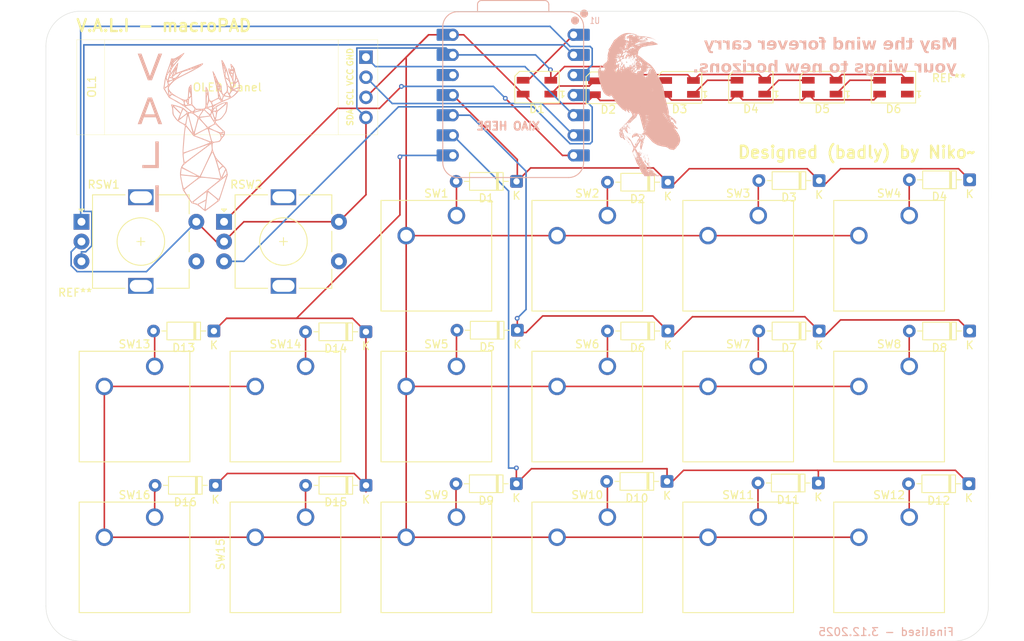
<source format=kicad_pcb>
(kicad_pcb (version 20241229) (generator "pcbnew") (generator_version "9.0")
  (title_block (title "VALI - BRICK / macroPAD") (date "2025-12-03") (rev "V1.1"))
  (layers (0 "F.Cu" signal) (2 "B.Cu" signal) (13 "F.Paste" user) (15 "B.Paste" user) (5 "F.SilkS" user "F.Silkscreen") (7 "B.SilkS" user "B.Silkscreen") (1 "F.Mask" user) (3 "B.Mask" user) (25 "Edge.Cuts" user))
  (net 0 "")
  (net 1 "Net-(D1-DIN)")
  (net 2 "GND")
  (net 3 "Net-(D1-DOUT)")
  (net 4 "+5V")
  (net 5 "Net-(D2-DOUT)")
  (net 6 "Net-(D3-DOUT)")
  (net 7 "Net-(D4-DOUT)")
  (net 8 "Net-(D5-DOUT)")
  (net 9 "Net-(D6-DOUT)")
  (net 10 "Net-(D17-K)")
  (net 11 "Net-(D17-A)")
  (net 12 "Net-(D18-A)")
  (net 13 "Net-(D19-A)")
  (net 14 "Net-(D20-A)")
  (net 15 "Net-(D21-A)")
  (net 16 "Net-(D21-K)")
  (net 17 "Net-(D22-A)")
  (net 18 "Net-(D23-A)")
  (net 19 "Net-(D24-A)")
  (net 20 "Net-(D25-A)")
  (net 21 "Net-(D25-K)")
  (net 22 "Net-(D26-A)")
  (net 23 "Net-(D27-A)")
  (net 24 "Net-(D28-A)")
  (net 25 "Net-(D29-A)")
  (net 26 "Net-(D29-K)")
  (net 27 "Net-(D30-A)")
  (net 28 "Net-(D31-A)")
  (net 29 "Net-(D32-A)")
  (net 30 "Net-(OL1-SDA)")
  (net 31 "Net-(OL1-SCL)")
  (net 32 "Net-(U1-GPIO28{slash}ADC2{slash}A2)")
  (net 33 "Net-(U1-GPIO27{slash}ADC1{slash}A1)")
  (net 35 "Net-(U1-GPIO0{slash}TX)")
  (net 37 "Net-(U1-GPIO29{slash}ADC3{slash}A3)")
  (footprint "Button_Switch_Keyboard:SW_Cherry_MX_1.00u_PCB" (layer "F.Cu") (at 75.77 65.96375)
    (property "Reference" "SW14")
    (property "Value" "SW_Push")
  )
  (footprint "Diode_THT:D_DO-35_SOD27_P7.62mm_Horizontal" (layer "F.Cu") (at 64.2 61.5 180)
    (property "Reference" "D13")
    (property "Value" "1N4148")
  )
  (footprint "Rotary_Encoder:RotaryEncoder_Alps_EC11E-Switch_Vertical_H20mm" (layer "F.Cu") (at 47.48 47.7)
    (property "Reference" "RSW1")
    (property "Value" "RotaryEncoder_Switch")
  )
  (footprint "Button_Switch_Keyboard:SW_Cherry_MX_1.00u_PCB" (layer "F.Cu") (at 132.92 46.91375)
    (property "Reference" "SW3")
    (property "Value" "SW_Push")
  )
  (footprint "Diode_THT:D_DO-35_SOD27_P7.62mm_Horizontal" (layer "F.Cu") (at 83.4 81 180)
    (property "Reference" "D15")
    (property "Value" "1N4148")
  )
  (footprint "Button_Switch_Keyboard:SW_Cherry_MX_1.00u_PCB" (layer "F.Cu") (at 132.92 65.96375)
    (property "Reference" "SW7")
    (property "Value" "SW_Push")
  )
  (footprint "Button_Switch_Keyboard:SW_Cherry_MX_1.00u_PCB" (layer "F.Cu") (at 94.82 46.91375)
    (property "Reference" "SW1")
    (property "Value" "SW_Push")
  )
  (footprint "Diode_THT:D_DO-35_SOD27_P7.62mm_Horizontal" (layer "F.Cu") (at 140.5 80.7 180)
    (property "Reference" "D11")
    (property "Value" "1N4148")
  )
  (footprint "Button_Switch_Keyboard:SW_Cherry_MX_1.00u_PCB" (layer "F.Cu") (at 151.97 46.91375)
    (property "Reference" "SW4")
    (property "Value" "SW_Push")
  )
  (footprint "LED_SMD:LED_SK6812MINI_PLCC4_3.5x3.5mm_P1.75mm" (layer "F.Cu") (at 149.98 30.7 180)
    (property "Reference" "D6")
    (property "Value" "SK6812MINI")
  )
  (footprint "LED_SMD:LED_SK6812MINI_PLCC4_3.5x3.5mm_P1.75mm" (layer "F.Cu") (at 113.98 30.775 180)
    (property "Reference" "D2")
    (property "Value" "SK6812MINI")
  )
  (footprint "Button_Switch_Keyboard:SW_Cherry_MX_1.00u_PCB" (layer "F.Cu") (at 151.97 85.01375)
    (property "Reference" "SW12")
    (property "Value" "SW_Push")
  )
  (footprint "Diode_THT:D_DO-35_SOD27_P7.62mm_Horizontal" (layer "F.Cu") (at 121.5 42.7 180)
    (property "Reference" "D2")
    (property "Value" "1N4148")
  )
  (footprint "Button_Switch_Keyboard:SW_Cherry_MX_1.00u_PCB" (layer "F.Cu") (at 151.97 65.96375)
    (property "Reference" "SW8")
    (property "Value" "SW_Push")
  )
  (footprint "Button_Switch_Keyboard:SW_Cherry_MX_1.00u_PCB" (layer "F.Cu") (at 56.72 65.96375)
    (property "Reference" "SW13")
    (property "Value" "SW_Push")
  )
  (footprint "Diode_THT:D_DO-35_SOD27_P7.62mm_Horizontal" (layer "F.Cu") (at 102.38 80.8 180)
    (property "Reference" "D9")
    (property "Value" "1N4148")
  )
  (footprint "Diode_THT:D_DO-35_SOD27_P7.62mm_Horizontal" (layer "F.Cu") (at 102.4 42.6 180)
    (property "Reference" "D1")
    (property "Value" "1N4148")
  )
  (footprint "LED_SMD:LED_SK6812MINI_PLCC4_3.5x3.5mm_P1.75mm" (layer "F.Cu") (at 122.98 30.725 180)
    (property "Reference" "D3")
    (property "Value" "SK6812MINI")
  )
  (footprint "Button_Switch_Keyboard:SW_Cherry_MX_1.00u_PCB" (layer "F.Cu") (at 94.82 65.96375)
    (property "Reference" "SW5")
    (property "Value" "SW_Push")
  )
  (footprint "Diode_THT:D_DO-35_SOD27_P7.62mm_Horizontal" (layer "F.Cu") (at 83.39 61.6 180)
    (property "Reference" "D14")
    (property "Value" "1N4148")
  )
  (footprint "MountingHole:MountingHole_3.2mm_M3" (layer "F.Cu") (at 46.68 60.8)
    (property "Reference" "REF**")
    (property "Value" "MountingHole_3.2mm_M3")
  )
  (footprint "Diode_THT:D_DO-35_SOD27_P7.62mm_Horizontal" (layer "F.Cu") (at 140.6 42.5 180)
    (property "Reference" "D3")
    (property "Value" "1N4148")
  )
  (footprint "LED_SMD:LED_SK6812MINI_PLCC4_3.5x3.5mm_P1.75mm" (layer "F.Cu") (at 140.98 30.7 180)
    (property "Reference" "D5")
    (property "Value" "SK6812MINI")
  )
  (footprint "LED_SMD:LED_SK6812MINI_PLCC4_3.5x3.5mm_P1.75mm" (layer "F.Cu") (at 104.98 30.7 180)
    (property "Reference" "D1")
    (property "Value" "SK6812MINI")
  )
  (footprint "Rotary_Encoder:RotaryEncoder_Alps_EC11E-Switch_Vertical_H20mm" (layer "F.Cu") (at 65.48 47.7)
    (property "Reference" "RSW2")
    (property "Value" "RotaryEncoder_Switch")
  )
  (footprint "Button_Switch_Keyboard:SW_Cherry_MX_1.00u_PCB" (layer "F.Cu") (at 94.82 85.01375)
    (property "Reference" "SW9")
    (property "Value" "SW_Push")
  )
  (footprint "Diode_THT:D_DO-35_SOD27_P7.62mm_Horizontal" (layer "F.Cu") (at 64.4 81 180)
    (property "Reference" "D16")
    (property "Value" "1N4148")
  )
  (footprint "Diode_THT:D_DO-35_SOD27_P7.62mm_Horizontal" (layer "F.Cu") (at 159.5 80.8 180)
    (property "Reference" "D12")
    (property "Value" "1N4148")
  )
  (footprint "Diode_THT:D_DO-35_SOD27_P7.62mm_Horizontal" (layer "F.Cu") (at 140.6 61.5 180)
    (property "Reference" "D7")
    (property "Value" "1N4148")
  )
  (footprint "MountingHole:MountingHole_3.2mm_M3" (layer "F.Cu") (at 156.98 33.7)
    (property "Reference" "REF**")
    (property "Value" "MountingHole_3.2mm_M3")
  )
  (footprint "KiCad-SSD1306-0.91-OLED-4pin-128x32:SSD1306-0.91-OLED-4pin-128x32" (layer "F.Cu") (at 46.895 24.715)
    (property "Reference" "OL1")
    (property "Value" "OLED")
  )
  (footprint "Button_Switch_Keyboard:SW_Cherry_MX_1.00u_PCB" (layer "F.Cu") (at 113.87 46.91375)
    (property "Reference" "SW2")
    (property "Value" "SW_Push")
  )
  (footprint "Diode_THT:D_DO-35_SOD27_P7.62mm_Horizontal" (layer "F.Cu") (at 159.6 42.4 180)
    (property "Reference" "D4")
    (property "Value" "1N4148")
  )
  (footprint "Button_Switch_Keyboard:SW_Cherry_MX_1.00u_PCB" (layer "F.Cu") (at 75.77 85.01375)
    (property "Reference" "SW15")
    (property "Value" "SW_Push")
  )
  (footprint "Diode_THT:D_DO-35_SOD27_P7.62mm_Horizontal" (layer "F.Cu") (at 159.6 61.5 180)
    (property "Reference" "D8")
    (property "Value" "1N4148")
  )
  (footprint "Button_Switch_Keyboard:SW_Cherry_MX_1.00u_PCB" (layer "F.Cu") (at 113.87 85.01375)
    (property "Reference" "SW10")
    (property "Value" "SW_Push")
  )
  (footprint "LED_SMD:LED_SK6812MINI_PLCC4_3.5x3.5mm_P1.75mm" (layer "F.Cu") (at 131.98 30.7 180)
    (property "Reference" "D4")
    (property "Value" "SK6812MINI")
  )
  (footprint "Diode_THT:D_DO-35_SOD27_P7.62mm_Horizontal" (layer "F.Cu") (at 121.4 80.5 180)
    (property "Reference" "D10")
    (property "Value" "1N4148")
  )
  (footprint "Button_Switch_Keyboard:SW_Cherry_MX_1.00u_PCB" (layer "F.Cu") (at 113.87 65.96375)
    (property "Reference" "SW6")
    (property "Value" "SW_Push")
  )
  (footprint "Diode_THT:D_DO-35_SOD27_P7.62mm_Horizontal" (layer "F.Cu") (at 121.5 61.5 180)
    (property "Reference" "D6")
    (property "Value" "1N4148")
  )
  (footprint "Button_Switch_Keyboard:SW_Cherry_MX_1.00u_PCB" (layer "F.Cu") (at 56.72 85.01375)
    (property "Reference" "SW16")
    (property "Value" "SW_Push")
  )
  (footprint "Diode_THT:D_DO-35_SOD27_P7.62mm_Horizontal" (layer "F.Cu") (at 102.5 61.4 180)
    (property "Reference" "D5")
    (property "Value" "1N4148")
  )
  (footprint "Button_Switch_Keyboard:SW_Cherry_MX_1.00u_PCB" (layer "F.Cu") (at 132.92 85.01375)
    (property "Reference" "SW11")
    (property "Value" "SW_Push")
  )
  (footprint "LOGO" (layer "B.Cu") (at 117.447019 31.941323 180)
    (property "Reference" "G***" (hide yes))
    (property "Value" "LOGO" (hide yes))
  )
  (footprint "Seeed Studio XIAO Series Library:XIAO-RP2040-DIP" (layer "B.Cu") (at 101.98 31.7 180)
    (property "Reference" "U1")
    (property "Value" "XIAO-RP2040-DIP")
  )
  (footprint "LOGO" (layer "B.Cu") (at 62.65 36.37 180)
    (property "Reference" "G***" (hide yes))
    (property "Value" "LOGO" (hide yes))
  )
  (gr_arc (start 47.377128 100.677128) (mid 44.28 99.394256) (end 42.997128 96.297128) (stroke (width 0.05)) (layer "Edge.Cuts"))
  (gr_line (start 47.3771 100.677128) (end 47.48 100.677128) (stroke (width 0.05)) (layer "Edge.Cuts"))
  (gr_line (start 157.617128 21.098564) (end 157.48 21.098564) (stroke (width 0.05)) (layer "Edge.Cuts"))
  (gr_arc (start 42.997128 25.481436) (mid 44.28 22.384308) (end 47.377128 21.101436) (stroke (width 0.05)) (layer "Edge.Cuts"))
  (gr_arc (start 161.957128 96.297128) (mid 160.674256 99.394256) (end 157.577128 100.677128) (stroke (width 0.05)) (layer "Edge.Cuts"))
  (gr_line (start 42.997128 25.48143) (end 42.997128 25.6) (stroke (width 0.05)) (layer "Edge.Cuts"))
  (gr_line (start 161.997059 25.6) (end 161.997128 25.478564) (stroke (width 0.05)) (layer "Edge.Cuts"))
  (gr_line (start 161.997059 25.6) (end 161.957127 96.297128) (stroke (width 0.05)) (layer "Edge.Cuts"))
  (gr_line (start 42.997128 96.2) (end 42.997128 25.6) (stroke (width 0.05)) (layer "Edge.Cuts"))
  (gr_line (start 47.377128 21.101436) (end 157.48 21.098564) (stroke (width 0.05)) (layer "Edge.Cuts"))
  (gr_line (start 157.577128 100.677128) (end 47.48 100.677128) (stroke (width 0.05)) (layer "Edge.Cuts"))
  (gr_arc (start 157.617128 21.098564) (mid 160.714253 22.381444) (end 161.997128 25.478564) (stroke (width 0.05)) (layer "Edge.Cuts"))
  (gr_line (start 42.997128 96.2) (end 42.997128 96.297128) (stroke (width 0.05)) (layer "Edge.Cuts"))
  (gr_text "Designed (badly) by Niko~" (at 130.18 39.8 0) (layer "F.SilkS") (effects (font (size 1.5 1.5) (thickness 0.3) (bold yes)) (justify left bottom)))
  (gr_text "V.A.L.I - macroPAD" (at 46.68 23.8 0) (layer "F.SilkS") (effects (font (size 1.5 1.5) (thickness 0.3) (bold yes)) (justify left bottom)))
  (gr_text "May the wind forever carry\n" (at 158.08 26.2 0) (layer "B.SilkS") (effects (font (size 1.5 1.5) (thickness 0.3) (bold yes)) (justify left bottom mirror)))
  (gr_text "V\nA\nL\nI" (at 57.7 47.02 0) (layer "B.SilkS") (effects (font (size 3.3 3.3) (thickness 0.1)) (justify left bottom mirror)))
  (gr_text "your wings to new horizons." (at 157.98 29.1 0) (layer "B.SilkS") (effects (font (size 1.5 1.5) (thickness 0.3) (bold yes)) (justify left bottom mirror)))
  (gr_text "XIAO HERE" (at 105.48 36.2 0) (layer "B.SilkS") (effects (font (size 1 1) (thickness 0.25) (bold yes)) (justify left bottom mirror)))
  (gr_text "Finalised - 3.12.2025" (at 157.7 100.1 0) (layer "B.SilkS") (effects (font (size 1 1)) (justify left bottom mirror)))
  (segment (start 103.23 29.825) (end 103.855 29.825) (width 0.2) (layer "F.Cu") (net 1))
  (segment (start 103.855 29.825) (end 109.6 24.08) (width 0.2) (layer "F.Cu") (net 1))
  (segment (start 116.506 29.124) (end 124.004 29.124) (width 0.2) (layer "F.Cu") (net 2))
  (segment (start 113.927 28.097) (end 115.73 29.9) (width 0.2) (layer "F.Cu") (net 2))
  (segment (start 106.73 29.825) (end 106.73 28.55) (width 0.2) (layer "F.Cu") (net 2))
  (segment (start 151.004 29.099) (end 151.73 29.825) (width 0.2) (layer "F.Cu") (net 2))
  (segment (start 106.73 29.825) (end 108.458 28.097) (width 0.2) (layer "F.Cu") (net 2))
  (segment (start 142.73 29.825) (end 143.456 29.099) (width 0.2) (layer "F.Cu") (net 2))
  (segment (start 134.456 29.099) (end 142.004 29.099) (width 0.2) (layer "F.Cu") (net 2))
  (segment (start 64.48 50.2) (end 65.48 50.2) (width 0.2) (layer "F.Cu") (net 2))
  (segment (start 65.48 50.2) (end 67.98 47.7) (width 0.2) (layer "F.Cu") (net 2))
  (segment (start 143.456 29.099) (end 151.004 29.099) (width 0.2) (layer "F.Cu") (net 2))
  (segment (start 61.98 47.7) (end 64.48 50.2) (width 0.2) (layer "F.Cu") (net 2))
  (segment (start 133.004 29.099) (end 133.73 29.825) (width 0.2) (layer "F.Cu") (net 2))
  (segment (start 83.395 44.285) (end 83.395 34.525) (width 0.2) (layer "F.Cu") (net 2))
  (segment (start 108.458 28.097) (end 113.927 28.097) (width 0.2) (layer "F.Cu") (net 2))
  (segment (start 79.98 47.7) (end 83.395 44.285) (width 0.2) (layer "F.Cu") (net 2))
  (segment (start 133.73 29.825) (end 134.456 29.099) (width 0.2) (layer "F.Cu") (net 2))
  (segment (start 106.73 28.55) (end 106.68 28.5) (width 0.2) (layer "F.Cu") (net 2))
  (segment (start 125.481 29.099) (end 133.004 29.099) (width 0.2) (layer "F.Cu") (net 2))
  (segment (start 67.98 47.7) (end 79.98 47.7) (width 0.2) (layer "F.Cu") (net 2))
  (segment (start 142.004 29.099) (end 142.73 29.825) (width 0.2) (layer "F.Cu") (net 2))
  (segment (start 124.73 29.85) (end 125.481 29.099) (width 0.2) (layer "F.Cu") (net 2))
  (segment (start 124.004 29.124) (end 124.73 29.85) (width 0.2) (layer "F.Cu") (net 2))
  (segment (start 115.73 29.9) (end 116.506 29.124) (width 0.2) (layer "F.Cu") (net 2))
  (via (at 106.68 28.5) (size 0.6) (drill 0.3) (layers "F.Cu" "B.Cu") (net 2))
  (segment (start 55.679 54.001) (end 61.98 47.7) (width 0.2) (layer "B.Cu") (net 2))
  (segment (start 93.494 25.754) (end 82.244 25.754) (width 0.2) (layer "B.Cu") (net 2))
  (segment (start 46.941108 54.001) (end 55.679 54.001) (width 0.2) (layer "B.Cu") (net 2))
  (segment (start 104.8 26.62) (end 94.36 26.62) (width 0.2) (layer "B.Cu") (net 2))
  (segment (start 82.244 25.754) (end 82.244 33.374) (width 0.2) (layer "B.Cu") (net 2))
  (segment (start 94.36 26.62) (end 93.494 25.754) (width 0.2) (layer "B.Cu") (net 2))
  (segment (start 82.244 33.374) (end 83.395 34.525) (width 0.2) (layer "B.Cu") (net 2))
  (segment (start 46.179 53.238892) (end 46.941108 54.001) (width 0.2) (layer "B.Cu") (net 2))
  (segment (start 46.179 51.501) (end 46.179 53.238892) (width 0.2) (layer "B.Cu") (net 2))
  (segment (start 47.48 50.2) (end 46.179 51.501) (width 0.2) (layer "B.Cu") (net 2))
  (segment (start 106.68 28.5) (end 104.8 26.62) (width 0.2) (layer "B.Cu") (net 2))
  (segment (start 112.23 29.9) (end 111.579 30.551) (width 0.2) (layer "F.Cu") (net 3))
  (segment (start 107.754 30.551) (end 106.73 31.575) (width 0.2) (layer "F.Cu") (net 3))
  (segment (start 111.579 30.551) (end 107.754 30.551) (width 0.2) (layer "F.Cu") (net 3))
  (segment (start 88.47 87.55375) (end 88.47 68.50375) (width 0.2) (layer "F.Cu") (net 4))
  (segment (start 121.23 31.6) (end 121.956 32.326) (width 0.2) (layer "F.Cu") (net 4))
  (segment (start 88.47 68.50375) (end 88.47 49.45375) (width 0.2) (layer "F.Cu") (net 4))
  (segment (start 121.956 32.326) (end 129.479 32.326) (width 0.2) (layer "F.Cu") (net 4))
  (segment (start 104.418 32.763) (end 111.117 32.763) (width 0.2) (layer "F.Cu") (net 4))
  (segment (start 50.37 87.55375) (end 69.42 87.55375) (width 0.2) (layer "F.Cu") (net 4))
  (segment (start 112.23 31.65) (end 112.956 32.376) (width 0.2) (layer "F.Cu") (net 4))
  (segment (start 88.47 26.91) (end 91.3 24.08) (width 0.2) (layer "F.Cu") (net 4))
  (segment (start 139.956 32.301) (end 147.504 32.301) (width 0.2) (layer "F.Cu") (net 4))
  (segment (start 138.504 32.301) (end 139.23 31.575) (width 0.2) (layer "F.Cu") (net 4))
  (segment (start 120.454 32.376) (end 121.23 31.6) (width 0.2) (layer "F.Cu") (net 4))
  (segment (start 50.37 68.50375) (end 69.42 68.50375) (width 0.2) (layer "F.Cu") (net 4))
  (segment (start 147.504 32.301) (end 148.23 31.575) (width 0.2) (layer "F.Cu") (net 4))
  (segment (start 126.57 49.45375) (end 145.62 49.45375) (width 0.2) (layer "F.Cu") (net 4))
  (segment (start 103.23 31.575) (end 104.418 32.763) (width 0.2) (layer "F.Cu") (net 4))
  (segment (start 91.3 24.08) (end 83.395 31.985) (width 0.2) (layer "F.Cu") (net 4))
  (segment (start 129.479 32.326) (end 130.23 31.575) (width 0.2) (layer "F.Cu") (net 4))
  (segment (start 130.23 31.575) (end 130.956 32.301) (width 0.2) (layer "F.Cu") (net 4))
  (segment (start 95.735 24.08) (end 103.23 31.575) (width 0.2) (layer "F.Cu") (net 4))
  (segment (start 88.47 87.55375) (end 107.52 87.55375) (width 0.2) (layer "F.Cu") (net 4))
  (segment (start 107.52 68.50375) (end 126.57 68.50375) (width 0.2) (layer "F.Cu") (net 4))
  (segment (start 112.956 32.376) (end 120.454 32.376) (width 0.2) (layer "F.Cu") (net 4))
  (segment (start 88.47 68.50375) (end 107.52 68.50375) (width 0.2) (layer "F.Cu") (net 4))
  (segment (start 93.48 24.08) (end 94.36 24.08) (width 0.2) (layer "F.Cu") (net 4))
  (segment (start 69.42 87.55375) (end 88.47 87.55375) (width 0.2) (layer "F.Cu") (net 4))
  (segment (start 88.47 49.45375) (end 88.47 26.91) (width 0.2) (layer "F.Cu") (net 4))
  (segment (start 50.37 87.55375) (end 50.37 68.50375) (width 0.2) (layer "F.Cu") (net 4))
  (segment (start 139.23 31.575) (end 139.956 32.301) (width 0.2) (layer "F.Cu") (net 4))
  (segment (start 107.52 49.45375) (end 126.57 49.45375) (width 0.2) (layer "F.Cu") (net 4))
  (segment (start 94.36 24.08) (end 95.735 24.08) (width 0.2) (layer "F.Cu") (net 4))
  (segment (start 107.52 87.55375) (end 126.57 87.55375) (width 0.2) (layer "F.Cu") (net 4))
  (segment (start 126.57 68.50375) (end 145.62 68.50375) (width 0.2) (layer "F.Cu") (net 4))
  (segment (start 126.57 87.55375) (end 145.62 87.55375) (width 0.2) (layer "F.Cu") (net 4))
  (segment (start 111.117 32.763) (end 112.23 31.65) (width 0.2) (layer "F.Cu") (net 4))
  (segment (start 93.48 24.08) (end 91.3 24.08) (width 0.2) (layer "F.Cu") (net 4))
  (segment (start 130.956 32.301) (end 138.504 32.301) (width 0.2) (layer "F.Cu") (net 4))
  (segment (start 88.47 49.45375) (end 107.52 49.45375) (width 0.2) (layer "F.Cu") (net 4))
  (segment (start 117.53 29.85) (end 115.73 31.65) (width 0.2) (layer "F.Cu") (net 5))
  (segment (start 121.23 29.85) (end 117.53 29.85) (width 0.2) (layer "F.Cu") (net 5))
  (segment (start 126.505 29.825) (end 124.73 31.6) (width 0.2) (layer "F.Cu") (net 6))
  (segment (start 130.23 29.825) (end 126.505 29.825) (width 0.2) (layer "F.Cu") (net 6))
  (segment (start 135.48 29.825) (end 133.73 31.575) (width 0.2) (layer "F.Cu") (net 7))
  (segment (start 139.23 29.825) (end 135.48 29.825) (width 0.2) (layer "F.Cu") (net 7))
  (segment (start 144.48 29.825) (end 142.73 31.575) (width 0.2) (layer "F.Cu") (net 8))
  (segment (start 148.23 29.825) (end 144.48 29.825) (width 0.2) (layer "F.Cu") (net 8))
  (segment (start 143.3 41) (end 158.2 41) (width 0.2) (layer "F.Cu") (net 10))
  (segment (start 102.5 39.84) (end 102.5 42.58) (width 0.2) (layer "F.Cu") (net 10))
  (segment (start 104.18 40.9) (end 119.68 40.9) (width 0.2) (layer "F.Cu") (net 10))
  (segment (start 102.5 42.58) (end 104.18 40.9) (width 0.2) (layer "F.Cu") (net 10))
  (segment (start 119.68 40.9) (end 121.99 43.21) (width 0.2) (layer "F.Cu") (net 10))
  (segment (start 94.36 31.7) (end 102.5 39.84) (width 0.2) (layer "F.Cu") (net 10))
  (segment (start 121.99 43.21) (end 124.2 41) (width 0.2) (layer "F.Cu") (net 10))
  (segment (start 124.2 41) (end 139.1 41) (width 0.2) (layer "F.Cu") (net 10))
  (segment (start 158.2 41) (end 159.6 42.4) (width 0.2) (layer "F.Cu") (net 10))
  (segment (start 139.1 41) (end 141.2 43.1) (width 0.2) (layer "F.Cu") (net 10))
  (segment (start 141.2 43.1) (end 143.3 41) (width 0.2) (layer "F.Cu") (net 10))
  (segment (start 94.82 42.64) (end 94.78 42.6) (width 0.2) (layer "F.Cu") (net 11))
  (segment (start 94.82 46.91375) (end 94.82 42.64) (width 0.2) (layer "F.Cu") (net 11))
  (segment (start 113.87 42.71) (end 113.88 42.7) (width 0.2) (layer "F.Cu") (net 12))
  (segment (start 113.87 46.91375) (end 113.87 42.71) (width 0.2) (layer "F.Cu") (net 12))
  (segment (start 132.92 42.56) (end 132.98 42.5) (width 0.2) (layer "F.Cu") (net 13))
  (segment (start 132.92 46.91375) (end 132.92 42.56) (width 0.2) (layer "F.Cu") (net 13))
  (segment (start 151.97 42.41) (end 151.98 42.4) (width 0.2) (layer "F.Cu") (net 14))
  (segment (start 151.97 46.91375) (end 151.97 42.41) (width 0.2) (layer "F.Cu") (net 14))
  (segment (start 94.82 65.96375) (end 94.82 61.46) (width 0.2) (layer "F.Cu") (net 15))
  (segment (start 94.82 61.46) (end 94.88 61.4) (width 0.2) (layer "F.Cu") (net 15))
  (segment (start 124.6 59.7) (end 138.8 59.7) (width 0.2) (layer "F.Cu") (net 16))
  (segment (start 141.25 62.15) (end 143.3 60.1) (width 0.2) (layer "F.Cu") (net 16))
  (segment (start 119.6 59.6) (end 122.15 62.15) (width 0.2) (layer "F.Cu") (net 16))
  (segment (start 102.799 61.699) (end 103.601 61.699) (width 0.2) (layer "F.Cu") (net 16))
  (segment (start 103.601 61.699) (end 105.7 59.6) (width 0.2) (layer "F.Cu") (net 16))
  (segment (start 102.5 61.4) (end 102.799 61.699) (width 0.2) (layer "F.Cu") (net 16))
  (segment (start 105.7 59.6) (end 119.6 59.6) (width 0.2) (layer "F.Cu") (net 16))
  (segment (start 122.15 62.15) (end 124.6 59.7) (width 0.2) (layer "F.Cu") (net 16))
  (segment (start 102.5 61.4) (end 102.5 59.92) (width 0.2) (layer "F.Cu") (net 16))
  (segment (start 158.2 60.1) (end 159.6 61.5) (width 0.2) (layer "F.Cu") (net 16))
  (segment (start 143.3 60.1) (end 158.2 60.1) (width 0.2) (layer "F.Cu") (net 16))
  (segment (start 102.5 61.32) (end 102.48 61.3) (width 0.2) (layer "F.Cu") (net 16))
  (segment (start 138.8 59.7) (end 141.25 62.15) (width 0.2) (layer "F.Cu") (net 16))
  (via (at 102.48 59.9) (size 0.6) (drill 0.3) (layers "F.Cu" "B.Cu") (net 16))
  (segment (start 103.601 58.779) (end 103.601 41.321) (width 0.2) (layer "B.Cu") (net 16))
  (segment (start 96.52 34.24) (end 94.36 34.24) (width 0.2) (layer "B.Cu") (net 16))
  (segment (start 103.601 41.321) (end 96.52 34.24) (width 0.2) (layer "B.Cu") (net 16))
  (segment (start 102.48 59.9) (end 103.601 58.779) (width 0.2) (layer "B.Cu") (net 16))
  (segment (start 113.88 65.95375) (end 113.87 65.96375) (width 0.2) (layer "F.Cu") (net 17))
  (segment (start 113.88 61.5) (end 113.88 65.95375) (width 0.2) (layer "F.Cu") (net 17))
  (segment (start 132.92 61.56) (end 132.98 61.5) (width 0.2) (layer "F.Cu") (net 18))
  (segment (start 132.92 65.96375) (end 132.92 61.56) (width 0.2) (layer "F.Cu") (net 18))
  (segment (start 151.97 61.51) (end 151.98 61.5) (width 0.2) (layer "F.Cu") (net 19))
  (segment (start 151.97 65.96375) (end 151.97 61.51) (width 0.2) (layer "F.Cu") (net 19))
  (segment (start 94.82 85.01375) (end 94.76 84.95375) (width 0.2) (layer "F.Cu") (net 20))
  (segment (start 94.76 84.95375) (end 94.76 80.8) (width 0.2) (layer "F.Cu") (net 20))
  (segment (start 123.49 79.1) (end 140.38 79.1) (width 0.2) (layer "F.Cu") (net 21))
  (segment (start 121.4 80.48) (end 120.78 81.1) (width 0.2) (layer "F.Cu") (net 21))
  (segment (start 121.49 81.1) (end 123.49 79.1) (width 0.2) (layer "F.Cu") (net 21))
  (segment (start 121.4 78.9) (end 121.4 80.48) (width 0.2) (layer "F.Cu") (net 21))
  (segment (start 140.5 80.7) (end 140.5 79.22) (width 0.2) (layer "F.Cu") (net 21))
  (segment (start 157.8 79.1) (end 159.5 80.8) (width 0.2) (layer "F.Cu") (net 21))
  (segment (start 120.78 81.1) (end 121.49 81.1) (width 0.2) (layer "F.Cu") (net 21))
  (segment (start 102.38 80.8) (end 102.38 78.8) (width 0.2) (layer "F.Cu") (net 21))
  (segment (start 140.38 79.1) (end 157.8 79.1) (width 0.2) (layer "F.Cu") (net 21))
  (segment (start 104.28 78.9) (end 121.4 78.9) (width 0.2) (layer "F.Cu") (net 21))
  (segment (start 102.38 80.8) (end 104.28 78.9) (width 0.2) (layer "F.Cu") (net 21))
  (segment (start 140.5 79.22) (end 140.38 79.1) (width 0.2) (layer "F.Cu") (net 21))
  (via (at 102.38 78.8) (size 0.6) (drill 0.3) (layers "F.Cu" "B.Cu") (net 21))
  (segment (start 101.399 43.819) (end 94.36 36.78) (width 0.2) (layer "B.Cu") (net 21))
  (segment (start 102.38 78.8) (end 102.361 78.819) (width 0.2) (layer "B.Cu") (net 21))
  (segment (start 102.361 78.819) (end 101.399 78.819) (width 0.2) (layer "B.Cu") (net 21))
  (segment (start 101.399 78.819) (end 101.399 43.819) (width 0.2) (layer "B.Cu") (net 21))
  (segment (start 113.87 85.01375) (end 113.87 80.59) (width 0.2) (layer "F.Cu") (net 22))
  (segment (start 113.87 80.59) (end 113.78 80.5) (width 0.2) (layer "F.Cu") (net 22))
  (segment (start 132.88 84.97375) (end 132.88 80.7) (width 0.2) (layer "F.Cu") (net 23))
  (segment (start 132.92 85.01375) (end 132.88 84.97375) (width 0.2) (layer "F.Cu") (net 23))
  (segment (start 151.97 80.89) (end 151.88 80.8) (width 0.2) (layer "F.Cu") (net 24))
  (segment (start 151.97 85.01375) (end 151.97 80.89) (width 0.2) (layer "F.Cu") (net 24))
  (segment (start 56.72 61.64) (end 56.58 61.5) (width 0.2) (layer "F.Cu") (net 25))
  (segment (start 56.72 65.96375) (end 56.72 61.64) (width 0.2) (layer "F.Cu") (net 25))
  (segment (start 83.39 61.6) (end 81.69 59.9) (width 0.2) (layer "F.Cu") (net 26))
  (segment (start 65.9 79.5) (end 64.4 81) (width 0.2) (layer "F.Cu") (net 26))
  (segment (start 81.69 59.9) (end 65.8 59.9) (width 0.2) (layer "F.Cu") (net 26))
  (segment (start 83.4 81.8) (end 83.39 81.79) (width 0.2) (layer "F.Cu") (net 26))
  (segment (start 83.39 81.79) (end 83.39 61.6) (width 0.2) (layer "F.Cu") (net 26))
  (segment (start 65.8 59.9) (end 74.619892 59.9) (width 0.2) (layer "F.Cu") (net 26))
  (segment (start 74.619892 59.9) (end 87.68 46.839892) (width 0.2) (layer "F.Cu") (net 26))
  (segment (start 83.4 81) (end 81.9 79.5) (width 0.2) (layer "F.Cu") (net 26))
  (segment (start 87.68 46.839892) (end 87.68 39.5) (width 0.2) (layer "F.Cu") (net 26))
  (segment (start 65.8 59.9) (end 64.2 61.5) (width 0.2) (layer "F.Cu") (net 26))
  (segment (start 81.9 79.5) (end 65.9 79.5) (width 0.2) (layer "F.Cu") (net 26))
  (via (at 87.68 39.5) (size 0.6) (drill 0.3) (layers "F.Cu" "B.Cu") (net 26))
  (segment (start 87.86 39.32) (end 93.525 39.32) (width 0.2) (layer "B.Cu") (net 26))
  (segment (start 87.68 39.5) (end 87.86 39.32) (width 0.2) (layer "B.Cu") (net 26))
  (segment (start 75.77 65.96375) (end 75.77 61.6) (width 0.2) (layer "F.Cu") (net 27))
  (segment (start 56.72 81.86) (end 56.78 81.8) (width 0.2) (layer "F.Cu") (net 28))
  (segment (start 56.72 85.01375) (end 56.72 81.86) (width 0.2) (layer "F.Cu") (net 28))
  (segment (start 75.77 85.01375) (end 75.77 81.81) (width 0.2) (layer "F.Cu") (net 29))
  (segment (start 75.77 81.81) (end 75.78 81.8) (width 0.2) (layer "F.Cu") (net 29))
  (segment (start 103.457 28.097) (end 109.6 34.24) (width 0.2) (layer "B.Cu") (net 30))
  (segment (start 84.587 28.097) (end 103.457 28.097) (width 0.2) (layer "B.Cu") (net 30))
  (segment (start 83.395 26.905) (end 84.587 28.097) (width 0.2) (layer "B.Cu") (net 30))
  (segment (start 86.713 32.763) (end 105.583 32.763) (width 0.2) (layer "B.Cu") (net 31))
  (segment (start 105.583 32.763) (end 109.6 36.78) (width 0.2) (layer "B.Cu") (net 31))
  (segment (start 83.395 29.445) (end 86.713 32.763) (width 0.2) (layer "B.Cu") (net 31))
  (segment (start 110.67763 29.16) (end 109.6 29.16) (width 0.2) (layer "B.Cu") (net 32))
  (segment (start 47.38 47.6) (end 47.38 23.1) (width 0.2) (layer "B.Cu") (net 32))
  (segment (start 111.952 25.818374) (end 111.952 27.88563) (width 0.2) (layer "B.Cu") (net 32))
  (segment (start 47.48 47.7) (end 47.38 47.6) (width 0.2) (layer "B.Cu") (net 32))
  (segment (start 47.38 23.1) (end 47.463 23.017) (width 0.2) (layer "B.Cu") (net 32))
  (segment (start 47.463 23.017) (end 106.61969 23.017) (width 0.2) (layer "B.Cu") (net 32))
  (segment (start 106.61969 23.017) (end 109.15969 25.557) (width 0.2) (layer "B.Cu") (net 32))
  (segment (start 111.690626 25.557) (end 111.952 25.818374) (width 0.2) (layer "B.Cu") (net 32))
  (segment (start 111.952 27.88563) (end 110.67763 29.16) (width 0.2) (layer "B.Cu") (net 32))
  (segment (start 109.15969 25.557) (end 111.690626 25.557) (width 0.2) (layer "B.Cu") (net 32))
  (segment (start 47.781 46.399) (end 47.781 25.353) (width 0.2) (layer "B.Cu") (net 33))
  (segment (start 47.48 52.7) (end 47.48 51.501) (width 0.2) (layer "B.Cu") (net 33))
  (segment (start 47.48 51.501) (end 48.018892 51.501) (width 0.2) (layer "B.Cu") (net 33))
  (segment (start 108.333 25.353) (end 109.6 26.62) (width 0.2) (layer "B.Cu") (net 33))
  (segment (start 48.018892 51.501) (end 48.781 50.738892) (width 0.2) (layer "B.Cu") (net 33))
  (segment (start 48.781 46.399) (end 47.781 46.399) (width 0.2) (layer "B.Cu") (net 33))
  (segment (start 47.781 25.353) (end 108.333 25.353) (width 0.2) (layer "B.Cu") (net 33))
  (segment (start 48.781 50.738892) (end 48.781 46.399) (width 0.2) (layer "B.Cu") (net 33))
  (segment (start 100.98 32.1) (end 108.2 39.32) (width 0.2) (layer "F.Cu") (net 35))
  (segment (start 108.2 39.32) (end 109.6 39.32) (width 0.2) (layer "F.Cu") (net 35))
  (segment (start 79.806 33.374) (end 85.096 33.374) (width 0.2) (layer "F.Cu") (net 35))
  (segment (start 65.48 47.7) (end 79.806 33.374) (width 0.2) (layer "F.Cu") (net 35))
  (segment (start 85.096 33.374) (end 87.87 30.6) (width 0.2) (layer "F.Cu") (net 35))
  (via (at 100.98 32.1) (size 0.6) (drill 0.3) (layers "F.Cu" "B.Cu") (net 35))
  (via (at 87.87 30.6) (size 0.6) (drill 0.3) (layers "F.Cu" "B.Cu") (net 35))
  (segment (start 99.48 30.6) (end 100.98 32.1) (width 0.2) (layer "B.Cu") (net 35))
  (segment (start 87.87 30.6) (end 99.48 30.6) (width 0.2) (layer "B.Cu") (net 35))
  (segment (start 87.504 33.177) (end 104.49369 33.177) (width 0.2) (layer "B.Cu") (net 37))
  (segment (start 111.952 37.581626) (end 111.952 33.217) (width 0.2) (layer "B.Cu") (net 37))
  (segment (start 111.952 33.217) (end 110.435 31.7) (width 0.2) (layer "B.Cu") (net 37))
  (segment (start 111.690626 37.843) (end 111.952 37.581626) (width 0.2) (layer "B.Cu") (net 37))
  (segment (start 110.67763 31.7) (end 109.6 31.7) (width 0.2) (layer "B.Cu") (net 37))
  (segment (start 65.48 52.7) (end 67.981 52.7) (width 0.2) (layer "B.Cu") (net 37))
  (segment (start 109.15969 37.843) (end 111.690626 37.843) (width 0.2) (layer "B.Cu") (net 37))
  (segment (start 67.981 52.7) (end 87.504 33.177) (width 0.2) (layer "B.Cu") (net 37))
  (segment (start 104.49369 33.177) (end 109.15969 37.843) (width 0.2) (layer "B.Cu") (net 37))
)
</source>
